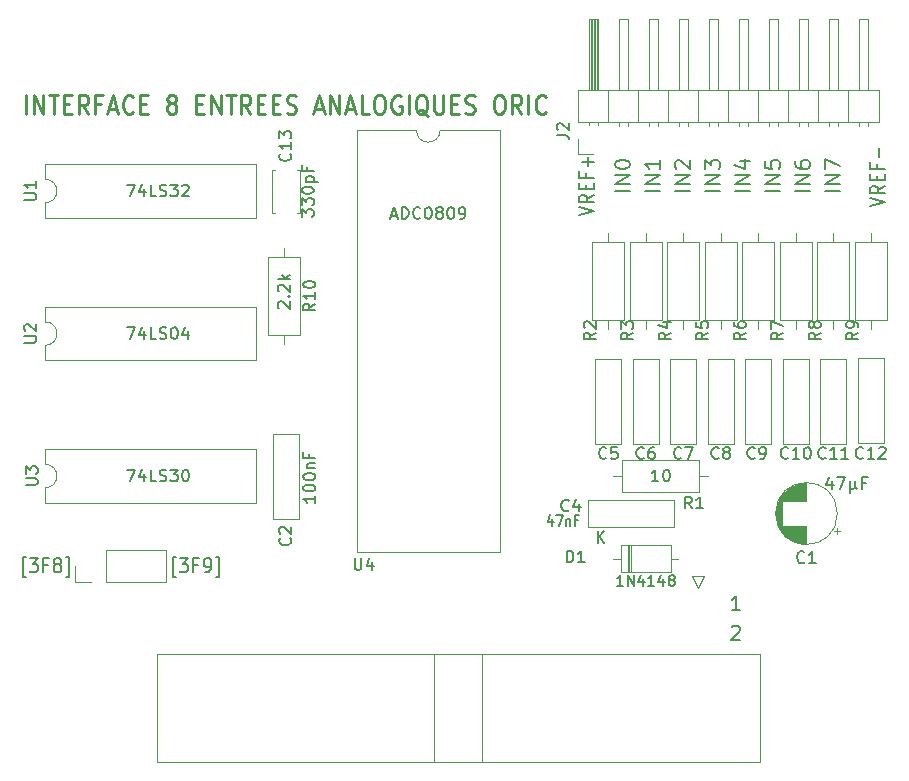
<source format=gto>
%TF.GenerationSoftware,KiCad,Pcbnew,(5.1.12)-1*%
%TF.CreationDate,2022-03-19T11:08:17+01:00*%
%TF.ProjectId,8EA,3845412e-6b69-4636-9164-5f7063625858,1.0*%
%TF.SameCoordinates,PX6d01460PY60e4b00*%
%TF.FileFunction,Legend,Top*%
%TF.FilePolarity,Positive*%
%FSLAX46Y46*%
G04 Gerber Fmt 4.6, Leading zero omitted, Abs format (unit mm)*
G04 Created by KiCad (PCBNEW (5.1.12)-1) date 2022-03-19 11:08:17*
%MOMM*%
%LPD*%
G01*
G04 APERTURE LIST*
%ADD10C,0.200000*%
%ADD11C,0.250000*%
%ADD12C,0.150000*%
%ADD13C,0.120000*%
G04 APERTURE END LIST*
D10*
X14198809Y7947143D02*
X13936904Y7947143D01*
X13936904Y9661429D01*
X14198809Y9661429D01*
X14513095Y9547143D02*
X15194047Y9547143D01*
X14827380Y9090000D01*
X14984523Y9090000D01*
X15089285Y9032858D01*
X15141666Y8975715D01*
X15194047Y8861429D01*
X15194047Y8575715D01*
X15141666Y8461429D01*
X15089285Y8404286D01*
X14984523Y8347143D01*
X14670238Y8347143D01*
X14565476Y8404286D01*
X14513095Y8461429D01*
X16032142Y8975715D02*
X15665476Y8975715D01*
X15665476Y8347143D02*
X15665476Y9547143D01*
X16189285Y9547143D01*
X16660714Y8347143D02*
X16870238Y8347143D01*
X16975000Y8404286D01*
X17027380Y8461429D01*
X17132142Y8632858D01*
X17184523Y8861429D01*
X17184523Y9318572D01*
X17132142Y9432858D01*
X17079761Y9490000D01*
X16975000Y9547143D01*
X16765476Y9547143D01*
X16660714Y9490000D01*
X16608333Y9432858D01*
X16555952Y9318572D01*
X16555952Y9032858D01*
X16608333Y8918572D01*
X16660714Y8861429D01*
X16765476Y8804286D01*
X16975000Y8804286D01*
X17079761Y8861429D01*
X17132142Y8918572D01*
X17184523Y9032858D01*
X17551190Y7947143D02*
X17813095Y7947143D01*
X17813095Y9661429D01*
X17551190Y9661429D01*
X48310095Y38581334D02*
X49610095Y38948000D01*
X48310095Y39314667D01*
X49610095Y40309905D02*
X48991047Y39943239D01*
X49610095Y39681334D02*
X48310095Y39681334D01*
X48310095Y40100381D01*
X48372000Y40205143D01*
X48433904Y40257524D01*
X48557714Y40309905D01*
X48743428Y40309905D01*
X48867238Y40257524D01*
X48929142Y40205143D01*
X48991047Y40100381D01*
X48991047Y39681334D01*
X48929142Y40781334D02*
X48929142Y41148000D01*
X49610095Y41305143D02*
X49610095Y40781334D01*
X48310095Y40781334D01*
X48310095Y41305143D01*
X48929142Y42143239D02*
X48929142Y41776572D01*
X49610095Y41776572D02*
X48310095Y41776572D01*
X48310095Y42300381D01*
X49114857Y42719429D02*
X49114857Y43557524D01*
X49610095Y43138477D02*
X48619619Y43138477D01*
X72948095Y39343334D02*
X74248095Y39710000D01*
X72948095Y40076667D01*
X74248095Y41071905D02*
X73629047Y40705239D01*
X74248095Y40443334D02*
X72948095Y40443334D01*
X72948095Y40862381D01*
X73010000Y40967143D01*
X73071904Y41019524D01*
X73195714Y41071905D01*
X73381428Y41071905D01*
X73505238Y41019524D01*
X73567142Y40967143D01*
X73629047Y40862381D01*
X73629047Y40443334D01*
X73567142Y41543334D02*
X73567142Y41910000D01*
X74248095Y42067143D02*
X74248095Y41543334D01*
X72948095Y41543334D01*
X72948095Y42067143D01*
X73567142Y42905239D02*
X73567142Y42538572D01*
X74248095Y42538572D02*
X72948095Y42538572D01*
X72948095Y43062381D01*
X73752857Y43481429D02*
X73752857Y44319524D01*
X70438095Y40610000D02*
X69138095Y40610000D01*
X70438095Y41229048D02*
X69138095Y41229048D01*
X70438095Y41971905D01*
X69138095Y41971905D01*
X69138095Y42467143D02*
X69138095Y43333810D01*
X70438095Y42776667D01*
X62818095Y40610000D02*
X61518095Y40610000D01*
X62818095Y41229048D02*
X61518095Y41229048D01*
X62818095Y41971905D01*
X61518095Y41971905D01*
X61951428Y43148096D02*
X62818095Y43148096D01*
X61456190Y42838572D02*
X62384761Y42529048D01*
X62384761Y43333810D01*
X67898095Y40610000D02*
X66598095Y40610000D01*
X67898095Y41229048D02*
X66598095Y41229048D01*
X67898095Y41971905D01*
X66598095Y41971905D01*
X66598095Y43148096D02*
X66598095Y42900477D01*
X66660000Y42776667D01*
X66721904Y42714762D01*
X66907619Y42590953D01*
X67155238Y42529048D01*
X67650476Y42529048D01*
X67774285Y42590953D01*
X67836190Y42652858D01*
X67898095Y42776667D01*
X67898095Y43024286D01*
X67836190Y43148096D01*
X67774285Y43210000D01*
X67650476Y43271905D01*
X67340952Y43271905D01*
X67217142Y43210000D01*
X67155238Y43148096D01*
X67093333Y43024286D01*
X67093333Y42776667D01*
X67155238Y42652858D01*
X67217142Y42590953D01*
X67340952Y42529048D01*
X65358095Y40610000D02*
X64058095Y40610000D01*
X65358095Y41229048D02*
X64058095Y41229048D01*
X65358095Y41971905D01*
X64058095Y41971905D01*
X64058095Y43210000D02*
X64058095Y42590953D01*
X64677142Y42529048D01*
X64615238Y42590953D01*
X64553333Y42714762D01*
X64553333Y43024286D01*
X64615238Y43148096D01*
X64677142Y43210000D01*
X64800952Y43271905D01*
X65110476Y43271905D01*
X65234285Y43210000D01*
X65296190Y43148096D01*
X65358095Y43024286D01*
X65358095Y42714762D01*
X65296190Y42590953D01*
X65234285Y42529048D01*
X60278095Y40610000D02*
X58978095Y40610000D01*
X60278095Y41229048D02*
X58978095Y41229048D01*
X60278095Y41971905D01*
X58978095Y41971905D01*
X58978095Y42467143D02*
X58978095Y43271905D01*
X59473333Y42838572D01*
X59473333Y43024286D01*
X59535238Y43148096D01*
X59597142Y43210000D01*
X59720952Y43271905D01*
X60030476Y43271905D01*
X60154285Y43210000D01*
X60216190Y43148096D01*
X60278095Y43024286D01*
X60278095Y42652858D01*
X60216190Y42529048D01*
X60154285Y42467143D01*
X57738095Y40610000D02*
X56438095Y40610000D01*
X57738095Y41229048D02*
X56438095Y41229048D01*
X57738095Y41971905D01*
X56438095Y41971905D01*
X56561904Y42529048D02*
X56500000Y42590953D01*
X56438095Y42714762D01*
X56438095Y43024286D01*
X56500000Y43148096D01*
X56561904Y43210000D01*
X56685714Y43271905D01*
X56809523Y43271905D01*
X56995238Y43210000D01*
X57738095Y42467143D01*
X57738095Y43271905D01*
X55198095Y40610000D02*
X53898095Y40610000D01*
X55198095Y41229048D02*
X53898095Y41229048D01*
X55198095Y41971905D01*
X53898095Y41971905D01*
X55198095Y43271905D02*
X55198095Y42529048D01*
X55198095Y42900477D02*
X53898095Y42900477D01*
X54083809Y42776667D01*
X54207619Y42652858D01*
X54269523Y42529048D01*
X52658095Y40610000D02*
X51358095Y40610000D01*
X52658095Y41229048D02*
X51358095Y41229048D01*
X52658095Y41971905D01*
X51358095Y41971905D01*
X51358095Y42838572D02*
X51358095Y42962381D01*
X51420000Y43086191D01*
X51481904Y43148096D01*
X51605714Y43210000D01*
X51853333Y43271905D01*
X52162857Y43271905D01*
X52410476Y43210000D01*
X52534285Y43148096D01*
X52596190Y43086191D01*
X52658095Y42962381D01*
X52658095Y42838572D01*
X52596190Y42714762D01*
X52534285Y42652858D01*
X52410476Y42590953D01*
X52162857Y42529048D01*
X51853333Y42529048D01*
X51605714Y42590953D01*
X51481904Y42652858D01*
X51420000Y42714762D01*
X51358095Y42838572D01*
D11*
X1511833Y47155191D02*
X1511833Y48755191D01*
X2178500Y47155191D02*
X2178500Y48755191D01*
X2978500Y47155191D01*
X2978500Y48755191D01*
X3445166Y48755191D02*
X4245166Y48755191D01*
X3845166Y47155191D02*
X3845166Y48755191D01*
X4711833Y47993286D02*
X5178500Y47993286D01*
X5378500Y47155191D02*
X4711833Y47155191D01*
X4711833Y48755191D01*
X5378500Y48755191D01*
X6778500Y47155191D02*
X6311833Y47917096D01*
X5978500Y47155191D02*
X5978500Y48755191D01*
X6511833Y48755191D01*
X6645166Y48679000D01*
X6711833Y48602810D01*
X6778500Y48450429D01*
X6778500Y48221858D01*
X6711833Y48069477D01*
X6645166Y47993286D01*
X6511833Y47917096D01*
X5978500Y47917096D01*
X7845166Y47993286D02*
X7378500Y47993286D01*
X7378500Y47155191D02*
X7378500Y48755191D01*
X8045166Y48755191D01*
X8511833Y47612334D02*
X9178500Y47612334D01*
X8378500Y47155191D02*
X8845166Y48755191D01*
X9311833Y47155191D01*
X10578500Y47307572D02*
X10511833Y47231381D01*
X10311833Y47155191D01*
X10178500Y47155191D01*
X9978500Y47231381D01*
X9845166Y47383762D01*
X9778500Y47536143D01*
X9711833Y47840905D01*
X9711833Y48069477D01*
X9778500Y48374239D01*
X9845166Y48526620D01*
X9978500Y48679000D01*
X10178500Y48755191D01*
X10311833Y48755191D01*
X10511833Y48679000D01*
X10578500Y48602810D01*
X11178500Y47993286D02*
X11645166Y47993286D01*
X11845166Y47155191D02*
X11178500Y47155191D01*
X11178500Y48755191D01*
X11845166Y48755191D01*
X13711833Y48069477D02*
X13578500Y48145667D01*
X13511833Y48221858D01*
X13445166Y48374239D01*
X13445166Y48450429D01*
X13511833Y48602810D01*
X13578500Y48679000D01*
X13711833Y48755191D01*
X13978500Y48755191D01*
X14111833Y48679000D01*
X14178500Y48602810D01*
X14245166Y48450429D01*
X14245166Y48374239D01*
X14178500Y48221858D01*
X14111833Y48145667D01*
X13978500Y48069477D01*
X13711833Y48069477D01*
X13578500Y47993286D01*
X13511833Y47917096D01*
X13445166Y47764715D01*
X13445166Y47459953D01*
X13511833Y47307572D01*
X13578500Y47231381D01*
X13711833Y47155191D01*
X13978500Y47155191D01*
X14111833Y47231381D01*
X14178500Y47307572D01*
X14245166Y47459953D01*
X14245166Y47764715D01*
X14178500Y47917096D01*
X14111833Y47993286D01*
X13978500Y48069477D01*
X15911833Y47993286D02*
X16378500Y47993286D01*
X16578500Y47155191D02*
X15911833Y47155191D01*
X15911833Y48755191D01*
X16578500Y48755191D01*
X17178500Y47155191D02*
X17178500Y48755191D01*
X17978500Y47155191D01*
X17978500Y48755191D01*
X18445166Y48755191D02*
X19245166Y48755191D01*
X18845166Y47155191D02*
X18845166Y48755191D01*
X20511833Y47155191D02*
X20045166Y47917096D01*
X19711833Y47155191D02*
X19711833Y48755191D01*
X20245166Y48755191D01*
X20378500Y48679000D01*
X20445166Y48602810D01*
X20511833Y48450429D01*
X20511833Y48221858D01*
X20445166Y48069477D01*
X20378500Y47993286D01*
X20245166Y47917096D01*
X19711833Y47917096D01*
X21111833Y47993286D02*
X21578500Y47993286D01*
X21778500Y47155191D02*
X21111833Y47155191D01*
X21111833Y48755191D01*
X21778500Y48755191D01*
X22378500Y47993286D02*
X22845166Y47993286D01*
X23045166Y47155191D02*
X22378500Y47155191D01*
X22378500Y48755191D01*
X23045166Y48755191D01*
X23578500Y47231381D02*
X23778500Y47155191D01*
X24111833Y47155191D01*
X24245166Y47231381D01*
X24311833Y47307572D01*
X24378500Y47459953D01*
X24378500Y47612334D01*
X24311833Y47764715D01*
X24245166Y47840905D01*
X24111833Y47917096D01*
X23845166Y47993286D01*
X23711833Y48069477D01*
X23645166Y48145667D01*
X23578500Y48298048D01*
X23578500Y48450429D01*
X23645166Y48602810D01*
X23711833Y48679000D01*
X23845166Y48755191D01*
X24178500Y48755191D01*
X24378500Y48679000D01*
X25978500Y47612334D02*
X26645166Y47612334D01*
X25845166Y47155191D02*
X26311833Y48755191D01*
X26778500Y47155191D01*
X27245166Y47155191D02*
X27245166Y48755191D01*
X28045166Y47155191D01*
X28045166Y48755191D01*
X28645166Y47612334D02*
X29311833Y47612334D01*
X28511833Y47155191D02*
X28978500Y48755191D01*
X29445166Y47155191D01*
X30578500Y47155191D02*
X29911833Y47155191D01*
X29911833Y48755191D01*
X31311833Y48755191D02*
X31578500Y48755191D01*
X31711833Y48679000D01*
X31845166Y48526620D01*
X31911833Y48221858D01*
X31911833Y47688524D01*
X31845166Y47383762D01*
X31711833Y47231381D01*
X31578500Y47155191D01*
X31311833Y47155191D01*
X31178500Y47231381D01*
X31045166Y47383762D01*
X30978500Y47688524D01*
X30978500Y48221858D01*
X31045166Y48526620D01*
X31178500Y48679000D01*
X31311833Y48755191D01*
X33245166Y48679000D02*
X33111833Y48755191D01*
X32911833Y48755191D01*
X32711833Y48679000D01*
X32578500Y48526620D01*
X32511833Y48374239D01*
X32445166Y48069477D01*
X32445166Y47840905D01*
X32511833Y47536143D01*
X32578500Y47383762D01*
X32711833Y47231381D01*
X32911833Y47155191D01*
X33045166Y47155191D01*
X33245166Y47231381D01*
X33311833Y47307572D01*
X33311833Y47840905D01*
X33045166Y47840905D01*
X33911833Y47155191D02*
X33911833Y48755191D01*
X35511833Y47002810D02*
X35378500Y47079000D01*
X35245166Y47231381D01*
X35045166Y47459953D01*
X34911833Y47536143D01*
X34778500Y47536143D01*
X34845166Y47155191D02*
X34711833Y47231381D01*
X34578500Y47383762D01*
X34511833Y47688524D01*
X34511833Y48221858D01*
X34578500Y48526620D01*
X34711833Y48679000D01*
X34845166Y48755191D01*
X35111833Y48755191D01*
X35245166Y48679000D01*
X35378500Y48526620D01*
X35445166Y48221858D01*
X35445166Y47688524D01*
X35378500Y47383762D01*
X35245166Y47231381D01*
X35111833Y47155191D01*
X34845166Y47155191D01*
X36045166Y48755191D02*
X36045166Y47459953D01*
X36111833Y47307572D01*
X36178500Y47231381D01*
X36311833Y47155191D01*
X36578500Y47155191D01*
X36711833Y47231381D01*
X36778500Y47307572D01*
X36845166Y47459953D01*
X36845166Y48755191D01*
X37511833Y47993286D02*
X37978500Y47993286D01*
X38178500Y47155191D02*
X37511833Y47155191D01*
X37511833Y48755191D01*
X38178500Y48755191D01*
X38711833Y47231381D02*
X38911833Y47155191D01*
X39245166Y47155191D01*
X39378500Y47231381D01*
X39445166Y47307572D01*
X39511833Y47459953D01*
X39511833Y47612334D01*
X39445166Y47764715D01*
X39378500Y47840905D01*
X39245166Y47917096D01*
X38978500Y47993286D01*
X38845166Y48069477D01*
X38778500Y48145667D01*
X38711833Y48298048D01*
X38711833Y48450429D01*
X38778500Y48602810D01*
X38845166Y48679000D01*
X38978500Y48755191D01*
X39311833Y48755191D01*
X39511833Y48679000D01*
X41445166Y48755191D02*
X41711833Y48755191D01*
X41845166Y48679000D01*
X41978500Y48526620D01*
X42045166Y48221858D01*
X42045166Y47688524D01*
X41978500Y47383762D01*
X41845166Y47231381D01*
X41711833Y47155191D01*
X41445166Y47155191D01*
X41311833Y47231381D01*
X41178500Y47383762D01*
X41111833Y47688524D01*
X41111833Y48221858D01*
X41178500Y48526620D01*
X41311833Y48679000D01*
X41445166Y48755191D01*
X43445166Y47155191D02*
X42978500Y47917096D01*
X42645166Y47155191D02*
X42645166Y48755191D01*
X43178500Y48755191D01*
X43311833Y48679000D01*
X43378500Y48602810D01*
X43445166Y48450429D01*
X43445166Y48221858D01*
X43378500Y48069477D01*
X43311833Y47993286D01*
X43178500Y47917096D01*
X42645166Y47917096D01*
X44045166Y47155191D02*
X44045166Y48755191D01*
X45511833Y47307572D02*
X45445166Y47231381D01*
X45245166Y47155191D01*
X45111833Y47155191D01*
X44911833Y47231381D01*
X44778500Y47383762D01*
X44711833Y47536143D01*
X44645166Y47840905D01*
X44645166Y48069477D01*
X44711833Y48374239D01*
X44778500Y48526620D01*
X44911833Y48679000D01*
X45111833Y48755191D01*
X45245166Y48755191D01*
X45445166Y48679000D01*
X45511833Y48602810D01*
D12*
X61252142Y3717858D02*
X61309285Y3775000D01*
X61423571Y3832143D01*
X61709285Y3832143D01*
X61823571Y3775000D01*
X61880714Y3717858D01*
X61937857Y3603572D01*
X61937857Y3489286D01*
X61880714Y3317858D01*
X61195000Y2632143D01*
X61937857Y2632143D01*
X61937857Y5172143D02*
X61252142Y5172143D01*
X61595000Y5172143D02*
X61595000Y6372143D01*
X61480714Y6200715D01*
X61366428Y6086429D01*
X61252142Y6029286D01*
D10*
X1498809Y7947143D02*
X1236904Y7947143D01*
X1236904Y9661429D01*
X1498809Y9661429D01*
X1813095Y9547143D02*
X2494047Y9547143D01*
X2127380Y9090000D01*
X2284523Y9090000D01*
X2389285Y9032858D01*
X2441666Y8975715D01*
X2494047Y8861429D01*
X2494047Y8575715D01*
X2441666Y8461429D01*
X2389285Y8404286D01*
X2284523Y8347143D01*
X1970238Y8347143D01*
X1865476Y8404286D01*
X1813095Y8461429D01*
X3332142Y8975715D02*
X2965476Y8975715D01*
X2965476Y8347143D02*
X2965476Y9547143D01*
X3489285Y9547143D01*
X4065476Y9032858D02*
X3960714Y9090000D01*
X3908333Y9147143D01*
X3855952Y9261429D01*
X3855952Y9318572D01*
X3908333Y9432858D01*
X3960714Y9490000D01*
X4065476Y9547143D01*
X4275000Y9547143D01*
X4379761Y9490000D01*
X4432142Y9432858D01*
X4484523Y9318572D01*
X4484523Y9261429D01*
X4432142Y9147143D01*
X4379761Y9090000D01*
X4275000Y9032858D01*
X4065476Y9032858D01*
X3960714Y8975715D01*
X3908333Y8918572D01*
X3855952Y8804286D01*
X3855952Y8575715D01*
X3908333Y8461429D01*
X3960714Y8404286D01*
X4065476Y8347143D01*
X4275000Y8347143D01*
X4379761Y8404286D01*
X4432142Y8461429D01*
X4484523Y8575715D01*
X4484523Y8804286D01*
X4432142Y8918572D01*
X4379761Y8975715D01*
X4275000Y9032858D01*
X4851190Y7947143D02*
X5113095Y7947143D01*
X5113095Y9661429D01*
X4851190Y9661429D01*
D13*
%TO.C,J2*%
X48200000Y46525000D02*
X73720000Y46525000D01*
X73720000Y46525000D02*
X73720000Y49185000D01*
X73720000Y49185000D02*
X48200000Y49185000D01*
X48200000Y49185000D02*
X48200000Y46525000D01*
X49150000Y49185000D02*
X49150000Y55185000D01*
X49150000Y55185000D02*
X49910000Y55185000D01*
X49910000Y55185000D02*
X49910000Y49185000D01*
X49210000Y49185000D02*
X49210000Y55185000D01*
X49330000Y49185000D02*
X49330000Y55185000D01*
X49450000Y49185000D02*
X49450000Y55185000D01*
X49570000Y49185000D02*
X49570000Y55185000D01*
X49690000Y49185000D02*
X49690000Y55185000D01*
X49810000Y49185000D02*
X49810000Y55185000D01*
X49150000Y46195000D02*
X49150000Y46525000D01*
X49910000Y46195000D02*
X49910000Y46525000D01*
X50800000Y46525000D02*
X50800000Y49185000D01*
X51690000Y49185000D02*
X51690000Y55185000D01*
X51690000Y55185000D02*
X52450000Y55185000D01*
X52450000Y55185000D02*
X52450000Y49185000D01*
X51690000Y46127929D02*
X51690000Y46525000D01*
X52450000Y46127929D02*
X52450000Y46525000D01*
X53340000Y46525000D02*
X53340000Y49185000D01*
X54230000Y49185000D02*
X54230000Y55185000D01*
X54230000Y55185000D02*
X54990000Y55185000D01*
X54990000Y55185000D02*
X54990000Y49185000D01*
X54230000Y46127929D02*
X54230000Y46525000D01*
X54990000Y46127929D02*
X54990000Y46525000D01*
X55880000Y46525000D02*
X55880000Y49185000D01*
X56770000Y49185000D02*
X56770000Y55185000D01*
X56770000Y55185000D02*
X57530000Y55185000D01*
X57530000Y55185000D02*
X57530000Y49185000D01*
X56770000Y46127929D02*
X56770000Y46525000D01*
X57530000Y46127929D02*
X57530000Y46525000D01*
X58420000Y46525000D02*
X58420000Y49185000D01*
X59310000Y49185000D02*
X59310000Y55185000D01*
X59310000Y55185000D02*
X60070000Y55185000D01*
X60070000Y55185000D02*
X60070000Y49185000D01*
X59310000Y46127929D02*
X59310000Y46525000D01*
X60070000Y46127929D02*
X60070000Y46525000D01*
X60960000Y46525000D02*
X60960000Y49185000D01*
X61850000Y49185000D02*
X61850000Y55185000D01*
X61850000Y55185000D02*
X62610000Y55185000D01*
X62610000Y55185000D02*
X62610000Y49185000D01*
X61850000Y46127929D02*
X61850000Y46525000D01*
X62610000Y46127929D02*
X62610000Y46525000D01*
X63500000Y46525000D02*
X63500000Y49185000D01*
X64390000Y49185000D02*
X64390000Y55185000D01*
X64390000Y55185000D02*
X65150000Y55185000D01*
X65150000Y55185000D02*
X65150000Y49185000D01*
X64390000Y46127929D02*
X64390000Y46525000D01*
X65150000Y46127929D02*
X65150000Y46525000D01*
X66040000Y46525000D02*
X66040000Y49185000D01*
X66930000Y49185000D02*
X66930000Y55185000D01*
X66930000Y55185000D02*
X67690000Y55185000D01*
X67690000Y55185000D02*
X67690000Y49185000D01*
X66930000Y46127929D02*
X66930000Y46525000D01*
X67690000Y46127929D02*
X67690000Y46525000D01*
X68580000Y46525000D02*
X68580000Y49185000D01*
X69470000Y49185000D02*
X69470000Y55185000D01*
X69470000Y55185000D02*
X70230000Y55185000D01*
X70230000Y55185000D02*
X70230000Y49185000D01*
X69470000Y46127929D02*
X69470000Y46525000D01*
X70230000Y46127929D02*
X70230000Y46525000D01*
X71120000Y46525000D02*
X71120000Y49185000D01*
X72010000Y49185000D02*
X72010000Y55185000D01*
X72010000Y55185000D02*
X72770000Y55185000D01*
X72770000Y55185000D02*
X72770000Y49185000D01*
X72010000Y46127929D02*
X72010000Y46525000D01*
X72770000Y46127929D02*
X72770000Y46525000D01*
X49530000Y43815000D02*
X48260000Y43815000D01*
X48260000Y43815000D02*
X48260000Y45085000D01*
%TO.C,JP1*%
X13395000Y7560000D02*
X13395000Y10220000D01*
X8255000Y7560000D02*
X13395000Y7560000D01*
X8255000Y10220000D02*
X13395000Y10220000D01*
X8255000Y7560000D02*
X8255000Y10220000D01*
X6985000Y7560000D02*
X5655000Y7560000D01*
X5655000Y7560000D02*
X5655000Y8890000D01*
%TO.C,C13*%
X22570000Y38800000D02*
X22325000Y38800000D01*
X24665000Y38800000D02*
X24420000Y38800000D01*
X22570000Y42440000D02*
X22325000Y42440000D01*
X24665000Y42440000D02*
X24420000Y42440000D01*
X22325000Y42440000D02*
X22325000Y38800000D01*
X24665000Y42440000D02*
X24665000Y38800000D01*
%TO.C,R10*%
X23368000Y35790000D02*
X23368000Y35020000D01*
X23368000Y27710000D02*
X23368000Y28480000D01*
X21998000Y35020000D02*
X21998000Y28480000D01*
X24738000Y35020000D02*
X21998000Y35020000D01*
X24738000Y28480000D02*
X24738000Y35020000D01*
X21998000Y28480000D02*
X24738000Y28480000D01*
%TO.C,U4*%
X34560000Y45780000D02*
X29500000Y45780000D01*
X29500000Y45780000D02*
X29500000Y10100000D01*
X29500000Y10100000D02*
X41620000Y10100000D01*
X41620000Y10100000D02*
X41620000Y45780000D01*
X41620000Y45780000D02*
X36560000Y45780000D01*
X36560000Y45780000D02*
G75*
G02*
X34560000Y45780000I-1000000J0D01*
G01*
%TO.C,U1*%
X3115000Y39640000D02*
X3115000Y38390000D01*
X3115000Y38390000D02*
X21015000Y38390000D01*
X21015000Y38390000D02*
X21015000Y42890000D01*
X21015000Y42890000D02*
X3115000Y42890000D01*
X3115000Y42890000D02*
X3115000Y41640000D01*
X3115000Y41640000D02*
G75*
G02*
X3115000Y39640000I0J-1000000D01*
G01*
%TO.C,R9*%
X74395000Y36290000D02*
X71655000Y36290000D01*
X71655000Y36290000D02*
X71655000Y29750000D01*
X71655000Y29750000D02*
X74395000Y29750000D01*
X74395000Y29750000D02*
X74395000Y36290000D01*
X73025000Y37060000D02*
X73025000Y36290000D01*
X73025000Y28980000D02*
X73025000Y29750000D01*
%TO.C,R8*%
X71220000Y36290000D02*
X68480000Y36290000D01*
X68480000Y36290000D02*
X68480000Y29750000D01*
X68480000Y29750000D02*
X71220000Y29750000D01*
X71220000Y29750000D02*
X71220000Y36290000D01*
X69850000Y37060000D02*
X69850000Y36290000D01*
X69850000Y28980000D02*
X69850000Y29750000D01*
%TO.C,R7*%
X68045000Y36290000D02*
X65305000Y36290000D01*
X65305000Y36290000D02*
X65305000Y29750000D01*
X65305000Y29750000D02*
X68045000Y29750000D01*
X68045000Y29750000D02*
X68045000Y36290000D01*
X66675000Y37060000D02*
X66675000Y36290000D01*
X66675000Y28980000D02*
X66675000Y29750000D01*
%TO.C,R6*%
X64870000Y36290000D02*
X62130000Y36290000D01*
X62130000Y36290000D02*
X62130000Y29750000D01*
X62130000Y29750000D02*
X64870000Y29750000D01*
X64870000Y29750000D02*
X64870000Y36290000D01*
X63500000Y37060000D02*
X63500000Y36290000D01*
X63500000Y28980000D02*
X63500000Y29750000D01*
%TO.C,R5*%
X61695000Y36290000D02*
X58955000Y36290000D01*
X58955000Y36290000D02*
X58955000Y29750000D01*
X58955000Y29750000D02*
X61695000Y29750000D01*
X61695000Y29750000D02*
X61695000Y36290000D01*
X60325000Y37060000D02*
X60325000Y36290000D01*
X60325000Y28980000D02*
X60325000Y29750000D01*
%TO.C,R4*%
X58520000Y36290000D02*
X55780000Y36290000D01*
X55780000Y36290000D02*
X55780000Y29750000D01*
X55780000Y29750000D02*
X58520000Y29750000D01*
X58520000Y29750000D02*
X58520000Y36290000D01*
X57150000Y37060000D02*
X57150000Y36290000D01*
X57150000Y28980000D02*
X57150000Y29750000D01*
%TO.C,R3*%
X55345000Y36290000D02*
X52605000Y36290000D01*
X52605000Y36290000D02*
X52605000Y29750000D01*
X52605000Y29750000D02*
X55345000Y29750000D01*
X55345000Y29750000D02*
X55345000Y36290000D01*
X53975000Y37060000D02*
X53975000Y36290000D01*
X53975000Y28980000D02*
X53975000Y29750000D01*
%TO.C,R2*%
X52170000Y36290000D02*
X49430000Y36290000D01*
X49430000Y36290000D02*
X49430000Y29750000D01*
X49430000Y29750000D02*
X52170000Y29750000D01*
X52170000Y29750000D02*
X52170000Y36290000D01*
X50800000Y37060000D02*
X50800000Y36290000D01*
X50800000Y28980000D02*
X50800000Y29750000D01*
%TO.C,C12*%
X71905000Y19280000D02*
X71905000Y26520000D01*
X74145000Y19280000D02*
X74145000Y26520000D01*
X71905000Y19280000D02*
X74145000Y19280000D01*
X71905000Y26520000D02*
X74145000Y26520000D01*
%TO.C,C11*%
X68730000Y19200000D02*
X68730000Y26440000D01*
X70970000Y19200000D02*
X70970000Y26440000D01*
X68730000Y19200000D02*
X70970000Y19200000D01*
X68730000Y26440000D02*
X70970000Y26440000D01*
%TO.C,C10*%
X65555000Y19200000D02*
X65555000Y26440000D01*
X67795000Y19200000D02*
X67795000Y26440000D01*
X65555000Y19200000D02*
X67795000Y19200000D01*
X65555000Y26440000D02*
X67795000Y26440000D01*
%TO.C,C9*%
X62380000Y19200000D02*
X62380000Y26440000D01*
X64620000Y19200000D02*
X64620000Y26440000D01*
X62380000Y19200000D02*
X64620000Y19200000D01*
X62380000Y26440000D02*
X64620000Y26440000D01*
%TO.C,C8*%
X59205000Y19200000D02*
X59205000Y26440000D01*
X61445000Y19200000D02*
X61445000Y26440000D01*
X59205000Y19200000D02*
X61445000Y19200000D01*
X59205000Y26440000D02*
X61445000Y26440000D01*
%TO.C,C7*%
X56030000Y19200000D02*
X56030000Y26440000D01*
X58270000Y19200000D02*
X58270000Y26440000D01*
X56030000Y19200000D02*
X58270000Y19200000D01*
X56030000Y26440000D02*
X58270000Y26440000D01*
%TO.C,C6*%
X52855000Y19200000D02*
X52855000Y26440000D01*
X55095000Y19200000D02*
X55095000Y26440000D01*
X52855000Y19200000D02*
X55095000Y19200000D01*
X52855000Y26440000D02*
X55095000Y26440000D01*
%TO.C,C5*%
X49680000Y19200000D02*
X49680000Y26440000D01*
X51920000Y19200000D02*
X51920000Y26440000D01*
X49680000Y19200000D02*
X51920000Y19200000D01*
X49680000Y26440000D02*
X51920000Y26440000D01*
%TO.C,U2*%
X3115000Y30825000D02*
X3115000Y29575000D01*
X21015000Y30825000D02*
X3115000Y30825000D01*
X21015000Y26325000D02*
X21015000Y30825000D01*
X3115000Y26325000D02*
X21015000Y26325000D01*
X3115000Y27575000D02*
X3115000Y26325000D01*
X3115000Y29575000D02*
G75*
G02*
X3115000Y27575000I0J-1000000D01*
G01*
%TO.C,J1*%
X57920000Y8065000D02*
X58420000Y7065000D01*
X58920000Y8065000D02*
X57920000Y8065000D01*
X58420000Y7065000D02*
X58920000Y8065000D01*
X12570000Y1445000D02*
X63630000Y1445000D01*
X12570000Y-7675000D02*
X12570000Y1445000D01*
X63630000Y-7675000D02*
X12570000Y-7675000D01*
X63630000Y1445000D02*
X63630000Y-7675000D01*
X36050000Y1445000D02*
X36050000Y-7675000D01*
X40150000Y1445000D02*
X40150000Y-7675000D01*
%TO.C,D1*%
X52455000Y10645000D02*
X52455000Y8405000D01*
X52695000Y10645000D02*
X52695000Y8405000D01*
X52575000Y10645000D02*
X52575000Y8405000D01*
X56745000Y9525000D02*
X56095000Y9525000D01*
X51205000Y9525000D02*
X51855000Y9525000D01*
X56095000Y10645000D02*
X51855000Y10645000D01*
X56095000Y8405000D02*
X56095000Y10645000D01*
X51855000Y8405000D02*
X56095000Y8405000D01*
X51855000Y10645000D02*
X51855000Y8405000D01*
%TO.C,C2*%
X22375000Y20090000D02*
X24615000Y20090000D01*
X22375000Y12850000D02*
X24615000Y12850000D01*
X24615000Y12850000D02*
X24615000Y20090000D01*
X22375000Y12850000D02*
X22375000Y20090000D01*
%TO.C,U3*%
X3115000Y18760000D02*
X3115000Y17510000D01*
X21015000Y18760000D02*
X3115000Y18760000D01*
X21015000Y14260000D02*
X21015000Y18760000D01*
X3115000Y14260000D02*
X21015000Y14260000D01*
X3115000Y15510000D02*
X3115000Y14260000D01*
X3115000Y17510000D02*
G75*
G02*
X3115000Y15510000I0J-1000000D01*
G01*
%TO.C,R1*%
X51205000Y16510000D02*
X51975000Y16510000D01*
X59285000Y16510000D02*
X58515000Y16510000D01*
X51975000Y15140000D02*
X58515000Y15140000D01*
X51975000Y17880000D02*
X51975000Y15140000D01*
X58515000Y17880000D02*
X51975000Y17880000D01*
X58515000Y15140000D02*
X58515000Y17880000D01*
%TO.C,C4*%
X49125000Y12215000D02*
X49125000Y14455000D01*
X56365000Y12215000D02*
X56365000Y14455000D01*
X56365000Y14455000D02*
X49125000Y14455000D01*
X56365000Y12215000D02*
X49125000Y12215000D01*
%TO.C,C1*%
X70200000Y13335000D02*
G75*
G03*
X70200000Y13335000I-2620000J0D01*
G01*
X67580000Y14375000D02*
X67580000Y15915000D01*
X67580000Y10755000D02*
X67580000Y12295000D01*
X67540000Y14375000D02*
X67540000Y15915000D01*
X67540000Y10755000D02*
X67540000Y12295000D01*
X67500000Y10756000D02*
X67500000Y12295000D01*
X67500000Y14375000D02*
X67500000Y15914000D01*
X67460000Y10757000D02*
X67460000Y12295000D01*
X67460000Y14375000D02*
X67460000Y15913000D01*
X67420000Y10759000D02*
X67420000Y12295000D01*
X67420000Y14375000D02*
X67420000Y15911000D01*
X67380000Y10762000D02*
X67380000Y12295000D01*
X67380000Y14375000D02*
X67380000Y15908000D01*
X67340000Y10766000D02*
X67340000Y12295000D01*
X67340000Y14375000D02*
X67340000Y15904000D01*
X67300000Y10770000D02*
X67300000Y12295000D01*
X67300000Y14375000D02*
X67300000Y15900000D01*
X67260000Y10774000D02*
X67260000Y12295000D01*
X67260000Y14375000D02*
X67260000Y15896000D01*
X67220000Y10779000D02*
X67220000Y12295000D01*
X67220000Y14375000D02*
X67220000Y15891000D01*
X67180000Y10785000D02*
X67180000Y12295000D01*
X67180000Y14375000D02*
X67180000Y15885000D01*
X67140000Y10792000D02*
X67140000Y12295000D01*
X67140000Y14375000D02*
X67140000Y15878000D01*
X67100000Y10799000D02*
X67100000Y12295000D01*
X67100000Y14375000D02*
X67100000Y15871000D01*
X67060000Y10807000D02*
X67060000Y12295000D01*
X67060000Y14375000D02*
X67060000Y15863000D01*
X67020000Y10815000D02*
X67020000Y12295000D01*
X67020000Y14375000D02*
X67020000Y15855000D01*
X66980000Y10824000D02*
X66980000Y12295000D01*
X66980000Y14375000D02*
X66980000Y15846000D01*
X66940000Y10834000D02*
X66940000Y12295000D01*
X66940000Y14375000D02*
X66940000Y15836000D01*
X66900000Y10844000D02*
X66900000Y12295000D01*
X66900000Y14375000D02*
X66900000Y15826000D01*
X66859000Y10855000D02*
X66859000Y12295000D01*
X66859000Y14375000D02*
X66859000Y15815000D01*
X66819000Y10867000D02*
X66819000Y12295000D01*
X66819000Y14375000D02*
X66819000Y15803000D01*
X66779000Y10880000D02*
X66779000Y12295000D01*
X66779000Y14375000D02*
X66779000Y15790000D01*
X66739000Y10893000D02*
X66739000Y12295000D01*
X66739000Y14375000D02*
X66739000Y15777000D01*
X66699000Y10907000D02*
X66699000Y12295000D01*
X66699000Y14375000D02*
X66699000Y15763000D01*
X66659000Y10921000D02*
X66659000Y12295000D01*
X66659000Y14375000D02*
X66659000Y15749000D01*
X66619000Y10937000D02*
X66619000Y12295000D01*
X66619000Y14375000D02*
X66619000Y15733000D01*
X66579000Y10953000D02*
X66579000Y12295000D01*
X66579000Y14375000D02*
X66579000Y15717000D01*
X66539000Y10970000D02*
X66539000Y12295000D01*
X66539000Y14375000D02*
X66539000Y15700000D01*
X66499000Y10987000D02*
X66499000Y12295000D01*
X66499000Y14375000D02*
X66499000Y15683000D01*
X66459000Y11006000D02*
X66459000Y12295000D01*
X66459000Y14375000D02*
X66459000Y15664000D01*
X66419000Y11025000D02*
X66419000Y12295000D01*
X66419000Y14375000D02*
X66419000Y15645000D01*
X66379000Y11045000D02*
X66379000Y12295000D01*
X66379000Y14375000D02*
X66379000Y15625000D01*
X66339000Y11067000D02*
X66339000Y12295000D01*
X66339000Y14375000D02*
X66339000Y15603000D01*
X66299000Y11088000D02*
X66299000Y12295000D01*
X66299000Y14375000D02*
X66299000Y15582000D01*
X66259000Y11111000D02*
X66259000Y12295000D01*
X66259000Y14375000D02*
X66259000Y15559000D01*
X66219000Y11135000D02*
X66219000Y12295000D01*
X66219000Y14375000D02*
X66219000Y15535000D01*
X66179000Y11160000D02*
X66179000Y12295000D01*
X66179000Y14375000D02*
X66179000Y15510000D01*
X66139000Y11186000D02*
X66139000Y12295000D01*
X66139000Y14375000D02*
X66139000Y15484000D01*
X66099000Y11213000D02*
X66099000Y12295000D01*
X66099000Y14375000D02*
X66099000Y15457000D01*
X66059000Y11240000D02*
X66059000Y12295000D01*
X66059000Y14375000D02*
X66059000Y15430000D01*
X66019000Y11270000D02*
X66019000Y12295000D01*
X66019000Y14375000D02*
X66019000Y15400000D01*
X65979000Y11300000D02*
X65979000Y12295000D01*
X65979000Y14375000D02*
X65979000Y15370000D01*
X65939000Y11331000D02*
X65939000Y12295000D01*
X65939000Y14375000D02*
X65939000Y15339000D01*
X65899000Y11364000D02*
X65899000Y12295000D01*
X65899000Y14375000D02*
X65899000Y15306000D01*
X65859000Y11398000D02*
X65859000Y12295000D01*
X65859000Y14375000D02*
X65859000Y15272000D01*
X65819000Y11434000D02*
X65819000Y12295000D01*
X65819000Y14375000D02*
X65819000Y15236000D01*
X65779000Y11471000D02*
X65779000Y12295000D01*
X65779000Y14375000D02*
X65779000Y15199000D01*
X65739000Y11509000D02*
X65739000Y12295000D01*
X65739000Y14375000D02*
X65739000Y15161000D01*
X65699000Y11550000D02*
X65699000Y12295000D01*
X65699000Y14375000D02*
X65699000Y15120000D01*
X65659000Y11592000D02*
X65659000Y12295000D01*
X65659000Y14375000D02*
X65659000Y15078000D01*
X65619000Y11636000D02*
X65619000Y12295000D01*
X65619000Y14375000D02*
X65619000Y15034000D01*
X65579000Y11682000D02*
X65579000Y12295000D01*
X65579000Y14375000D02*
X65579000Y14988000D01*
X65539000Y11730000D02*
X65539000Y14940000D01*
X65499000Y11781000D02*
X65499000Y14889000D01*
X65459000Y11835000D02*
X65459000Y14835000D01*
X65419000Y11892000D02*
X65419000Y14778000D01*
X65379000Y11952000D02*
X65379000Y14718000D01*
X65339000Y12016000D02*
X65339000Y14654000D01*
X65299000Y12084000D02*
X65299000Y14586000D01*
X65259000Y12157000D02*
X65259000Y14513000D01*
X65219000Y12237000D02*
X65219000Y14433000D01*
X65179000Y12324000D02*
X65179000Y14346000D01*
X65139000Y12420000D02*
X65139000Y14250000D01*
X65099000Y12530000D02*
X65099000Y14140000D01*
X65059000Y12658000D02*
X65059000Y14012000D01*
X65019000Y12817000D02*
X65019000Y13853000D01*
X64979000Y13051000D02*
X64979000Y13619000D01*
X70384775Y11860000D02*
X69884775Y11860000D01*
X70134775Y11610000D02*
X70134775Y12110000D01*
%TO.C,J2*%
D12*
X46442380Y45386667D02*
X47156666Y45386667D01*
X47299523Y45339048D01*
X47394761Y45243810D01*
X47442380Y45100953D01*
X47442380Y45005715D01*
X46537619Y45815239D02*
X46490000Y45862858D01*
X46442380Y45958096D01*
X46442380Y46196191D01*
X46490000Y46291429D01*
X46537619Y46339048D01*
X46632857Y46386667D01*
X46728095Y46386667D01*
X46870952Y46339048D01*
X47442380Y45767620D01*
X47442380Y46386667D01*
%TO.C,C13*%
X23852142Y43807143D02*
X23899761Y43759524D01*
X23947380Y43616667D01*
X23947380Y43521429D01*
X23899761Y43378572D01*
X23804523Y43283334D01*
X23709285Y43235715D01*
X23518809Y43188096D01*
X23375952Y43188096D01*
X23185476Y43235715D01*
X23090238Y43283334D01*
X22995000Y43378572D01*
X22947380Y43521429D01*
X22947380Y43616667D01*
X22995000Y43759524D01*
X23042619Y43807143D01*
X23947380Y44759524D02*
X23947380Y44188096D01*
X23947380Y44473810D02*
X22947380Y44473810D01*
X23090238Y44378572D01*
X23185476Y44283334D01*
X23233095Y44188096D01*
X22947380Y45092858D02*
X22947380Y45711905D01*
X23328333Y45378572D01*
X23328333Y45521429D01*
X23375952Y45616667D01*
X23423571Y45664286D01*
X23518809Y45711905D01*
X23756904Y45711905D01*
X23852142Y45664286D01*
X23899761Y45616667D01*
X23947380Y45521429D01*
X23947380Y45235715D01*
X23899761Y45140477D01*
X23852142Y45092858D01*
X24852380Y38473334D02*
X24852380Y39092381D01*
X25233333Y38759048D01*
X25233333Y38901905D01*
X25280952Y38997143D01*
X25328571Y39044762D01*
X25423809Y39092381D01*
X25661904Y39092381D01*
X25757142Y39044762D01*
X25804761Y38997143D01*
X25852380Y38901905D01*
X25852380Y38616191D01*
X25804761Y38520953D01*
X25757142Y38473334D01*
X24852380Y39425715D02*
X24852380Y40044762D01*
X25233333Y39711429D01*
X25233333Y39854286D01*
X25280952Y39949524D01*
X25328571Y39997143D01*
X25423809Y40044762D01*
X25661904Y40044762D01*
X25757142Y39997143D01*
X25804761Y39949524D01*
X25852380Y39854286D01*
X25852380Y39568572D01*
X25804761Y39473334D01*
X25757142Y39425715D01*
X24852380Y40663810D02*
X24852380Y40759048D01*
X24900000Y40854286D01*
X24947619Y40901905D01*
X25042857Y40949524D01*
X25233333Y40997143D01*
X25471428Y40997143D01*
X25661904Y40949524D01*
X25757142Y40901905D01*
X25804761Y40854286D01*
X25852380Y40759048D01*
X25852380Y40663810D01*
X25804761Y40568572D01*
X25757142Y40520953D01*
X25661904Y40473334D01*
X25471428Y40425715D01*
X25233333Y40425715D01*
X25042857Y40473334D01*
X24947619Y40520953D01*
X24900000Y40568572D01*
X24852380Y40663810D01*
X25185714Y41425715D02*
X26185714Y41425715D01*
X25233333Y41425715D02*
X25185714Y41520953D01*
X25185714Y41711429D01*
X25233333Y41806667D01*
X25280952Y41854286D01*
X25376190Y41901905D01*
X25661904Y41901905D01*
X25757142Y41854286D01*
X25804761Y41806667D01*
X25852380Y41711429D01*
X25852380Y41520953D01*
X25804761Y41425715D01*
X25328571Y42663810D02*
X25328571Y42330477D01*
X25852380Y42330477D02*
X24852380Y42330477D01*
X24852380Y42806667D01*
%TO.C,R10*%
X25979380Y31107143D02*
X25503190Y30773810D01*
X25979380Y30535715D02*
X24979380Y30535715D01*
X24979380Y30916667D01*
X25027000Y31011905D01*
X25074619Y31059524D01*
X25169857Y31107143D01*
X25312714Y31107143D01*
X25407952Y31059524D01*
X25455571Y31011905D01*
X25503190Y30916667D01*
X25503190Y30535715D01*
X25979380Y32059524D02*
X25979380Y31488096D01*
X25979380Y31773810D02*
X24979380Y31773810D01*
X25122238Y31678572D01*
X25217476Y31583334D01*
X25265095Y31488096D01*
X24979380Y32678572D02*
X24979380Y32773810D01*
X25027000Y32869048D01*
X25074619Y32916667D01*
X25169857Y32964286D01*
X25360333Y33011905D01*
X25598428Y33011905D01*
X25788904Y32964286D01*
X25884142Y32916667D01*
X25931761Y32869048D01*
X25979380Y32773810D01*
X25979380Y32678572D01*
X25931761Y32583334D01*
X25884142Y32535715D01*
X25788904Y32488096D01*
X25598428Y32440477D01*
X25360333Y32440477D01*
X25169857Y32488096D01*
X25074619Y32535715D01*
X25027000Y32583334D01*
X24979380Y32678572D01*
X22915619Y30726239D02*
X22868000Y30773858D01*
X22820380Y30869096D01*
X22820380Y31107191D01*
X22868000Y31202429D01*
X22915619Y31250048D01*
X23010857Y31297667D01*
X23106095Y31297667D01*
X23248952Y31250048D01*
X23820380Y30678620D01*
X23820380Y31297667D01*
X23725142Y31726239D02*
X23772761Y31773858D01*
X23820380Y31726239D01*
X23772761Y31678620D01*
X23725142Y31726239D01*
X23820380Y31726239D01*
X22915619Y32154810D02*
X22868000Y32202429D01*
X22820380Y32297667D01*
X22820380Y32535762D01*
X22868000Y32631000D01*
X22915619Y32678620D01*
X23010857Y32726239D01*
X23106095Y32726239D01*
X23248952Y32678620D01*
X23820380Y32107191D01*
X23820380Y32726239D01*
X23820380Y33154810D02*
X22820380Y33154810D01*
X23439428Y33250048D02*
X23820380Y33535762D01*
X23153714Y33535762D02*
X23534666Y33154810D01*
%TO.C,U4*%
X29337095Y9564620D02*
X29337095Y8755096D01*
X29384714Y8659858D01*
X29432333Y8612239D01*
X29527571Y8564620D01*
X29718047Y8564620D01*
X29813285Y8612239D01*
X29860904Y8659858D01*
X29908523Y8755096D01*
X29908523Y9564620D01*
X30813285Y9231286D02*
X30813285Y8564620D01*
X30575190Y9612239D02*
X30337095Y8897953D01*
X30956142Y8897953D01*
X32417142Y38568334D02*
X32893333Y38568334D01*
X32321904Y38282620D02*
X32655238Y39282620D01*
X32988571Y38282620D01*
X33321904Y38282620D02*
X33321904Y39282620D01*
X33560000Y39282620D01*
X33702857Y39235000D01*
X33798095Y39139762D01*
X33845714Y39044524D01*
X33893333Y38854048D01*
X33893333Y38711191D01*
X33845714Y38520715D01*
X33798095Y38425477D01*
X33702857Y38330239D01*
X33560000Y38282620D01*
X33321904Y38282620D01*
X34893333Y38377858D02*
X34845714Y38330239D01*
X34702857Y38282620D01*
X34607619Y38282620D01*
X34464761Y38330239D01*
X34369523Y38425477D01*
X34321904Y38520715D01*
X34274285Y38711191D01*
X34274285Y38854048D01*
X34321904Y39044524D01*
X34369523Y39139762D01*
X34464761Y39235000D01*
X34607619Y39282620D01*
X34702857Y39282620D01*
X34845714Y39235000D01*
X34893333Y39187381D01*
X35512380Y39282620D02*
X35607619Y39282620D01*
X35702857Y39235000D01*
X35750476Y39187381D01*
X35798095Y39092143D01*
X35845714Y38901667D01*
X35845714Y38663572D01*
X35798095Y38473096D01*
X35750476Y38377858D01*
X35702857Y38330239D01*
X35607619Y38282620D01*
X35512380Y38282620D01*
X35417142Y38330239D01*
X35369523Y38377858D01*
X35321904Y38473096D01*
X35274285Y38663572D01*
X35274285Y38901667D01*
X35321904Y39092143D01*
X35369523Y39187381D01*
X35417142Y39235000D01*
X35512380Y39282620D01*
X36417142Y38854048D02*
X36321904Y38901667D01*
X36274285Y38949286D01*
X36226666Y39044524D01*
X36226666Y39092143D01*
X36274285Y39187381D01*
X36321904Y39235000D01*
X36417142Y39282620D01*
X36607619Y39282620D01*
X36702857Y39235000D01*
X36750476Y39187381D01*
X36798095Y39092143D01*
X36798095Y39044524D01*
X36750476Y38949286D01*
X36702857Y38901667D01*
X36607619Y38854048D01*
X36417142Y38854048D01*
X36321904Y38806429D01*
X36274285Y38758810D01*
X36226666Y38663572D01*
X36226666Y38473096D01*
X36274285Y38377858D01*
X36321904Y38330239D01*
X36417142Y38282620D01*
X36607619Y38282620D01*
X36702857Y38330239D01*
X36750476Y38377858D01*
X36798095Y38473096D01*
X36798095Y38663572D01*
X36750476Y38758810D01*
X36702857Y38806429D01*
X36607619Y38854048D01*
X37417142Y39282620D02*
X37512380Y39282620D01*
X37607619Y39235000D01*
X37655238Y39187381D01*
X37702857Y39092143D01*
X37750476Y38901667D01*
X37750476Y38663572D01*
X37702857Y38473096D01*
X37655238Y38377858D01*
X37607619Y38330239D01*
X37512380Y38282620D01*
X37417142Y38282620D01*
X37321904Y38330239D01*
X37274285Y38377858D01*
X37226666Y38473096D01*
X37179047Y38663572D01*
X37179047Y38901667D01*
X37226666Y39092143D01*
X37274285Y39187381D01*
X37321904Y39235000D01*
X37417142Y39282620D01*
X38226666Y38282620D02*
X38417142Y38282620D01*
X38512380Y38330239D01*
X38560000Y38377858D01*
X38655238Y38520715D01*
X38702857Y38711191D01*
X38702857Y39092143D01*
X38655238Y39187381D01*
X38607619Y39235000D01*
X38512380Y39282620D01*
X38321904Y39282620D01*
X38226666Y39235000D01*
X38179047Y39187381D01*
X38131428Y39092143D01*
X38131428Y38854048D01*
X38179047Y38758810D01*
X38226666Y38711191D01*
X38321904Y38663572D01*
X38512380Y38663572D01*
X38607619Y38711191D01*
X38655238Y38758810D01*
X38702857Y38854048D01*
%TO.C,U1*%
X1357380Y39878096D02*
X2166904Y39878096D01*
X2262142Y39925715D01*
X2309761Y39973334D01*
X2357380Y40068572D01*
X2357380Y40259048D01*
X2309761Y40354286D01*
X2262142Y40401905D01*
X2166904Y40449524D01*
X1357380Y40449524D01*
X2357380Y41449524D02*
X2357380Y40878096D01*
X2357380Y41163810D02*
X1357380Y41163810D01*
X1500238Y41068572D01*
X1595476Y40973334D01*
X1643095Y40878096D01*
X10057142Y41187620D02*
X10723809Y41187620D01*
X10295238Y40187620D01*
X11533333Y40854286D02*
X11533333Y40187620D01*
X11295238Y41235239D02*
X11057142Y40520953D01*
X11676190Y40520953D01*
X12533333Y40187620D02*
X12057142Y40187620D01*
X12057142Y41187620D01*
X12819047Y40235239D02*
X12961904Y40187620D01*
X13200000Y40187620D01*
X13295238Y40235239D01*
X13342857Y40282858D01*
X13390476Y40378096D01*
X13390476Y40473334D01*
X13342857Y40568572D01*
X13295238Y40616191D01*
X13200000Y40663810D01*
X13009523Y40711429D01*
X12914285Y40759048D01*
X12866666Y40806667D01*
X12819047Y40901905D01*
X12819047Y40997143D01*
X12866666Y41092381D01*
X12914285Y41140000D01*
X13009523Y41187620D01*
X13247619Y41187620D01*
X13390476Y41140000D01*
X13723809Y41187620D02*
X14342857Y41187620D01*
X14009523Y40806667D01*
X14152380Y40806667D01*
X14247619Y40759048D01*
X14295238Y40711429D01*
X14342857Y40616191D01*
X14342857Y40378096D01*
X14295238Y40282858D01*
X14247619Y40235239D01*
X14152380Y40187620D01*
X13866666Y40187620D01*
X13771428Y40235239D01*
X13723809Y40282858D01*
X14723809Y41092381D02*
X14771428Y41140000D01*
X14866666Y41187620D01*
X15104761Y41187620D01*
X15200000Y41140000D01*
X15247619Y41092381D01*
X15295238Y40997143D01*
X15295238Y40901905D01*
X15247619Y40759048D01*
X14676190Y40187620D01*
X15295238Y40187620D01*
%TO.C,R9*%
X71953380Y28662334D02*
X71477190Y28329000D01*
X71953380Y28090905D02*
X70953380Y28090905D01*
X70953380Y28471858D01*
X71001000Y28567096D01*
X71048619Y28614715D01*
X71143857Y28662334D01*
X71286714Y28662334D01*
X71381952Y28614715D01*
X71429571Y28567096D01*
X71477190Y28471858D01*
X71477190Y28090905D01*
X71953380Y29138524D02*
X71953380Y29329000D01*
X71905761Y29424239D01*
X71858142Y29471858D01*
X71715285Y29567096D01*
X71524809Y29614715D01*
X71143857Y29614715D01*
X71048619Y29567096D01*
X71001000Y29519477D01*
X70953380Y29424239D01*
X70953380Y29233762D01*
X71001000Y29138524D01*
X71048619Y29090905D01*
X71143857Y29043286D01*
X71381952Y29043286D01*
X71477190Y29090905D01*
X71524809Y29138524D01*
X71572428Y29233762D01*
X71572428Y29424239D01*
X71524809Y29519477D01*
X71477190Y29567096D01*
X71381952Y29614715D01*
%TO.C,R8*%
X68778380Y28662334D02*
X68302190Y28329000D01*
X68778380Y28090905D02*
X67778380Y28090905D01*
X67778380Y28471858D01*
X67826000Y28567096D01*
X67873619Y28614715D01*
X67968857Y28662334D01*
X68111714Y28662334D01*
X68206952Y28614715D01*
X68254571Y28567096D01*
X68302190Y28471858D01*
X68302190Y28090905D01*
X68206952Y29233762D02*
X68159333Y29138524D01*
X68111714Y29090905D01*
X68016476Y29043286D01*
X67968857Y29043286D01*
X67873619Y29090905D01*
X67826000Y29138524D01*
X67778380Y29233762D01*
X67778380Y29424239D01*
X67826000Y29519477D01*
X67873619Y29567096D01*
X67968857Y29614715D01*
X68016476Y29614715D01*
X68111714Y29567096D01*
X68159333Y29519477D01*
X68206952Y29424239D01*
X68206952Y29233762D01*
X68254571Y29138524D01*
X68302190Y29090905D01*
X68397428Y29043286D01*
X68587904Y29043286D01*
X68683142Y29090905D01*
X68730761Y29138524D01*
X68778380Y29233762D01*
X68778380Y29424239D01*
X68730761Y29519477D01*
X68683142Y29567096D01*
X68587904Y29614715D01*
X68397428Y29614715D01*
X68302190Y29567096D01*
X68254571Y29519477D01*
X68206952Y29424239D01*
%TO.C,R7*%
X65603380Y28662334D02*
X65127190Y28329000D01*
X65603380Y28090905D02*
X64603380Y28090905D01*
X64603380Y28471858D01*
X64651000Y28567096D01*
X64698619Y28614715D01*
X64793857Y28662334D01*
X64936714Y28662334D01*
X65031952Y28614715D01*
X65079571Y28567096D01*
X65127190Y28471858D01*
X65127190Y28090905D01*
X64603380Y28995667D02*
X64603380Y29662334D01*
X65603380Y29233762D01*
%TO.C,R6*%
X62428380Y28662334D02*
X61952190Y28329000D01*
X62428380Y28090905D02*
X61428380Y28090905D01*
X61428380Y28471858D01*
X61476000Y28567096D01*
X61523619Y28614715D01*
X61618857Y28662334D01*
X61761714Y28662334D01*
X61856952Y28614715D01*
X61904571Y28567096D01*
X61952190Y28471858D01*
X61952190Y28090905D01*
X61428380Y29519477D02*
X61428380Y29329000D01*
X61476000Y29233762D01*
X61523619Y29186143D01*
X61666476Y29090905D01*
X61856952Y29043286D01*
X62237904Y29043286D01*
X62333142Y29090905D01*
X62380761Y29138524D01*
X62428380Y29233762D01*
X62428380Y29424239D01*
X62380761Y29519477D01*
X62333142Y29567096D01*
X62237904Y29614715D01*
X61999809Y29614715D01*
X61904571Y29567096D01*
X61856952Y29519477D01*
X61809333Y29424239D01*
X61809333Y29233762D01*
X61856952Y29138524D01*
X61904571Y29090905D01*
X61999809Y29043286D01*
%TO.C,R5*%
X59253380Y28662334D02*
X58777190Y28329000D01*
X59253380Y28090905D02*
X58253380Y28090905D01*
X58253380Y28471858D01*
X58301000Y28567096D01*
X58348619Y28614715D01*
X58443857Y28662334D01*
X58586714Y28662334D01*
X58681952Y28614715D01*
X58729571Y28567096D01*
X58777190Y28471858D01*
X58777190Y28090905D01*
X58253380Y29567096D02*
X58253380Y29090905D01*
X58729571Y29043286D01*
X58681952Y29090905D01*
X58634333Y29186143D01*
X58634333Y29424239D01*
X58681952Y29519477D01*
X58729571Y29567096D01*
X58824809Y29614715D01*
X59062904Y29614715D01*
X59158142Y29567096D01*
X59205761Y29519477D01*
X59253380Y29424239D01*
X59253380Y29186143D01*
X59205761Y29090905D01*
X59158142Y29043286D01*
%TO.C,R4*%
X56078380Y28662334D02*
X55602190Y28329000D01*
X56078380Y28090905D02*
X55078380Y28090905D01*
X55078380Y28471858D01*
X55126000Y28567096D01*
X55173619Y28614715D01*
X55268857Y28662334D01*
X55411714Y28662334D01*
X55506952Y28614715D01*
X55554571Y28567096D01*
X55602190Y28471858D01*
X55602190Y28090905D01*
X55411714Y29519477D02*
X56078380Y29519477D01*
X55030761Y29281381D02*
X55745047Y29043286D01*
X55745047Y29662334D01*
%TO.C,R3*%
X52903380Y28662334D02*
X52427190Y28329000D01*
X52903380Y28090905D02*
X51903380Y28090905D01*
X51903380Y28471858D01*
X51951000Y28567096D01*
X51998619Y28614715D01*
X52093857Y28662334D01*
X52236714Y28662334D01*
X52331952Y28614715D01*
X52379571Y28567096D01*
X52427190Y28471858D01*
X52427190Y28090905D01*
X51903380Y28995667D02*
X51903380Y29614715D01*
X52284333Y29281381D01*
X52284333Y29424239D01*
X52331952Y29519477D01*
X52379571Y29567096D01*
X52474809Y29614715D01*
X52712904Y29614715D01*
X52808142Y29567096D01*
X52855761Y29519477D01*
X52903380Y29424239D01*
X52903380Y29138524D01*
X52855761Y29043286D01*
X52808142Y28995667D01*
%TO.C,R2*%
X49728380Y28662334D02*
X49252190Y28329000D01*
X49728380Y28090905D02*
X48728380Y28090905D01*
X48728380Y28471858D01*
X48776000Y28567096D01*
X48823619Y28614715D01*
X48918857Y28662334D01*
X49061714Y28662334D01*
X49156952Y28614715D01*
X49204571Y28567096D01*
X49252190Y28471858D01*
X49252190Y28090905D01*
X48823619Y29043286D02*
X48776000Y29090905D01*
X48728380Y29186143D01*
X48728380Y29424239D01*
X48776000Y29519477D01*
X48823619Y29567096D01*
X48918857Y29614715D01*
X49014095Y29614715D01*
X49156952Y29567096D01*
X49728380Y28995667D01*
X49728380Y29614715D01*
%TO.C,C12*%
X72382142Y18057858D02*
X72334523Y18010239D01*
X72191666Y17962620D01*
X72096428Y17962620D01*
X71953571Y18010239D01*
X71858333Y18105477D01*
X71810714Y18200715D01*
X71763095Y18391191D01*
X71763095Y18534048D01*
X71810714Y18724524D01*
X71858333Y18819762D01*
X71953571Y18915000D01*
X72096428Y18962620D01*
X72191666Y18962620D01*
X72334523Y18915000D01*
X72382142Y18867381D01*
X73334523Y17962620D02*
X72763095Y17962620D01*
X73048809Y17962620D02*
X73048809Y18962620D01*
X72953571Y18819762D01*
X72858333Y18724524D01*
X72763095Y18676905D01*
X73715476Y18867381D02*
X73763095Y18915000D01*
X73858333Y18962620D01*
X74096428Y18962620D01*
X74191666Y18915000D01*
X74239285Y18867381D01*
X74286904Y18772143D01*
X74286904Y18676905D01*
X74239285Y18534048D01*
X73667857Y17962620D01*
X74286904Y17962620D01*
%TO.C,C11*%
X69207142Y18057858D02*
X69159523Y18010239D01*
X69016666Y17962620D01*
X68921428Y17962620D01*
X68778571Y18010239D01*
X68683333Y18105477D01*
X68635714Y18200715D01*
X68588095Y18391191D01*
X68588095Y18534048D01*
X68635714Y18724524D01*
X68683333Y18819762D01*
X68778571Y18915000D01*
X68921428Y18962620D01*
X69016666Y18962620D01*
X69159523Y18915000D01*
X69207142Y18867381D01*
X70159523Y17962620D02*
X69588095Y17962620D01*
X69873809Y17962620D02*
X69873809Y18962620D01*
X69778571Y18819762D01*
X69683333Y18724524D01*
X69588095Y18676905D01*
X71111904Y17962620D02*
X70540476Y17962620D01*
X70826190Y17962620D02*
X70826190Y18962620D01*
X70730952Y18819762D01*
X70635714Y18724524D01*
X70540476Y18676905D01*
%TO.C,C10*%
X66032142Y18057858D02*
X65984523Y18010239D01*
X65841666Y17962620D01*
X65746428Y17962620D01*
X65603571Y18010239D01*
X65508333Y18105477D01*
X65460714Y18200715D01*
X65413095Y18391191D01*
X65413095Y18534048D01*
X65460714Y18724524D01*
X65508333Y18819762D01*
X65603571Y18915000D01*
X65746428Y18962620D01*
X65841666Y18962620D01*
X65984523Y18915000D01*
X66032142Y18867381D01*
X66984523Y17962620D02*
X66413095Y17962620D01*
X66698809Y17962620D02*
X66698809Y18962620D01*
X66603571Y18819762D01*
X66508333Y18724524D01*
X66413095Y18676905D01*
X67603571Y18962620D02*
X67698809Y18962620D01*
X67794047Y18915000D01*
X67841666Y18867381D01*
X67889285Y18772143D01*
X67936904Y18581667D01*
X67936904Y18343572D01*
X67889285Y18153096D01*
X67841666Y18057858D01*
X67794047Y18010239D01*
X67698809Y17962620D01*
X67603571Y17962620D01*
X67508333Y18010239D01*
X67460714Y18057858D01*
X67413095Y18153096D01*
X67365476Y18343572D01*
X67365476Y18581667D01*
X67413095Y18772143D01*
X67460714Y18867381D01*
X67508333Y18915000D01*
X67603571Y18962620D01*
%TO.C,C9*%
X63206333Y18057858D02*
X63158714Y18010239D01*
X63015857Y17962620D01*
X62920619Y17962620D01*
X62777761Y18010239D01*
X62682523Y18105477D01*
X62634904Y18200715D01*
X62587285Y18391191D01*
X62587285Y18534048D01*
X62634904Y18724524D01*
X62682523Y18819762D01*
X62777761Y18915000D01*
X62920619Y18962620D01*
X63015857Y18962620D01*
X63158714Y18915000D01*
X63206333Y18867381D01*
X63682523Y17962620D02*
X63873000Y17962620D01*
X63968238Y18010239D01*
X64015857Y18057858D01*
X64111095Y18200715D01*
X64158714Y18391191D01*
X64158714Y18772143D01*
X64111095Y18867381D01*
X64063476Y18915000D01*
X63968238Y18962620D01*
X63777761Y18962620D01*
X63682523Y18915000D01*
X63634904Y18867381D01*
X63587285Y18772143D01*
X63587285Y18534048D01*
X63634904Y18438810D01*
X63682523Y18391191D01*
X63777761Y18343572D01*
X63968238Y18343572D01*
X64063476Y18391191D01*
X64111095Y18438810D01*
X64158714Y18534048D01*
%TO.C,C8*%
X60158333Y18057858D02*
X60110714Y18010239D01*
X59967857Y17962620D01*
X59872619Y17962620D01*
X59729761Y18010239D01*
X59634523Y18105477D01*
X59586904Y18200715D01*
X59539285Y18391191D01*
X59539285Y18534048D01*
X59586904Y18724524D01*
X59634523Y18819762D01*
X59729761Y18915000D01*
X59872619Y18962620D01*
X59967857Y18962620D01*
X60110714Y18915000D01*
X60158333Y18867381D01*
X60729761Y18534048D02*
X60634523Y18581667D01*
X60586904Y18629286D01*
X60539285Y18724524D01*
X60539285Y18772143D01*
X60586904Y18867381D01*
X60634523Y18915000D01*
X60729761Y18962620D01*
X60920238Y18962620D01*
X61015476Y18915000D01*
X61063095Y18867381D01*
X61110714Y18772143D01*
X61110714Y18724524D01*
X61063095Y18629286D01*
X61015476Y18581667D01*
X60920238Y18534048D01*
X60729761Y18534048D01*
X60634523Y18486429D01*
X60586904Y18438810D01*
X60539285Y18343572D01*
X60539285Y18153096D01*
X60586904Y18057858D01*
X60634523Y18010239D01*
X60729761Y17962620D01*
X60920238Y17962620D01*
X61015476Y18010239D01*
X61063095Y18057858D01*
X61110714Y18153096D01*
X61110714Y18343572D01*
X61063095Y18438810D01*
X61015476Y18486429D01*
X60920238Y18534048D01*
%TO.C,C7*%
X56983333Y18057858D02*
X56935714Y18010239D01*
X56792857Y17962620D01*
X56697619Y17962620D01*
X56554761Y18010239D01*
X56459523Y18105477D01*
X56411904Y18200715D01*
X56364285Y18391191D01*
X56364285Y18534048D01*
X56411904Y18724524D01*
X56459523Y18819762D01*
X56554761Y18915000D01*
X56697619Y18962620D01*
X56792857Y18962620D01*
X56935714Y18915000D01*
X56983333Y18867381D01*
X57316666Y18962620D02*
X57983333Y18962620D01*
X57554761Y17962620D01*
%TO.C,C6*%
X53808333Y18057858D02*
X53760714Y18010239D01*
X53617857Y17962620D01*
X53522619Y17962620D01*
X53379761Y18010239D01*
X53284523Y18105477D01*
X53236904Y18200715D01*
X53189285Y18391191D01*
X53189285Y18534048D01*
X53236904Y18724524D01*
X53284523Y18819762D01*
X53379761Y18915000D01*
X53522619Y18962620D01*
X53617857Y18962620D01*
X53760714Y18915000D01*
X53808333Y18867381D01*
X54665476Y18962620D02*
X54475000Y18962620D01*
X54379761Y18915000D01*
X54332142Y18867381D01*
X54236904Y18724524D01*
X54189285Y18534048D01*
X54189285Y18153096D01*
X54236904Y18057858D01*
X54284523Y18010239D01*
X54379761Y17962620D01*
X54570238Y17962620D01*
X54665476Y18010239D01*
X54713095Y18057858D01*
X54760714Y18153096D01*
X54760714Y18391191D01*
X54713095Y18486429D01*
X54665476Y18534048D01*
X54570238Y18581667D01*
X54379761Y18581667D01*
X54284523Y18534048D01*
X54236904Y18486429D01*
X54189285Y18391191D01*
%TO.C,C5*%
X50633333Y18057858D02*
X50585714Y18010239D01*
X50442857Y17962620D01*
X50347619Y17962620D01*
X50204761Y18010239D01*
X50109523Y18105477D01*
X50061904Y18200715D01*
X50014285Y18391191D01*
X50014285Y18534048D01*
X50061904Y18724524D01*
X50109523Y18819762D01*
X50204761Y18915000D01*
X50347619Y18962620D01*
X50442857Y18962620D01*
X50585714Y18915000D01*
X50633333Y18867381D01*
X51538095Y18962620D02*
X51061904Y18962620D01*
X51014285Y18486429D01*
X51061904Y18534048D01*
X51157142Y18581667D01*
X51395238Y18581667D01*
X51490476Y18534048D01*
X51538095Y18486429D01*
X51585714Y18391191D01*
X51585714Y18153096D01*
X51538095Y18057858D01*
X51490476Y18010239D01*
X51395238Y17962620D01*
X51157142Y17962620D01*
X51061904Y18010239D01*
X51014285Y18057858D01*
%TO.C,U2*%
X1357380Y27813096D02*
X2166904Y27813096D01*
X2262142Y27860715D01*
X2309761Y27908334D01*
X2357380Y28003572D01*
X2357380Y28194048D01*
X2309761Y28289286D01*
X2262142Y28336905D01*
X2166904Y28384524D01*
X1357380Y28384524D01*
X1452619Y28813096D02*
X1405000Y28860715D01*
X1357380Y28955953D01*
X1357380Y29194048D01*
X1405000Y29289286D01*
X1452619Y29336905D01*
X1547857Y29384524D01*
X1643095Y29384524D01*
X1785952Y29336905D01*
X2357380Y28765477D01*
X2357380Y29384524D01*
X10057142Y29122620D02*
X10723809Y29122620D01*
X10295238Y28122620D01*
X11533333Y28789286D02*
X11533333Y28122620D01*
X11295238Y29170239D02*
X11057142Y28455953D01*
X11676190Y28455953D01*
X12533333Y28122620D02*
X12057142Y28122620D01*
X12057142Y29122620D01*
X12819047Y28170239D02*
X12961904Y28122620D01*
X13200000Y28122620D01*
X13295238Y28170239D01*
X13342857Y28217858D01*
X13390476Y28313096D01*
X13390476Y28408334D01*
X13342857Y28503572D01*
X13295238Y28551191D01*
X13200000Y28598810D01*
X13009523Y28646429D01*
X12914285Y28694048D01*
X12866666Y28741667D01*
X12819047Y28836905D01*
X12819047Y28932143D01*
X12866666Y29027381D01*
X12914285Y29075000D01*
X13009523Y29122620D01*
X13247619Y29122620D01*
X13390476Y29075000D01*
X14009523Y29122620D02*
X14104761Y29122620D01*
X14200000Y29075000D01*
X14247619Y29027381D01*
X14295238Y28932143D01*
X14342857Y28741667D01*
X14342857Y28503572D01*
X14295238Y28313096D01*
X14247619Y28217858D01*
X14200000Y28170239D01*
X14104761Y28122620D01*
X14009523Y28122620D01*
X13914285Y28170239D01*
X13866666Y28217858D01*
X13819047Y28313096D01*
X13771428Y28503572D01*
X13771428Y28741667D01*
X13819047Y28932143D01*
X13866666Y29027381D01*
X13914285Y29075000D01*
X14009523Y29122620D01*
X15200000Y28789286D02*
X15200000Y28122620D01*
X14961904Y29170239D02*
X14723809Y28455953D01*
X15342857Y28455953D01*
%TO.C,D1*%
X47267904Y9199620D02*
X47267904Y10199620D01*
X47506000Y10199620D01*
X47648857Y10152000D01*
X47744095Y10056762D01*
X47791714Y9961524D01*
X47839333Y9771048D01*
X47839333Y9628191D01*
X47791714Y9437715D01*
X47744095Y9342477D01*
X47648857Y9247239D01*
X47506000Y9199620D01*
X47267904Y9199620D01*
X48791714Y9199620D02*
X48220285Y9199620D01*
X48506000Y9199620D02*
X48506000Y10199620D01*
X48410761Y10056762D01*
X48315523Y9961524D01*
X48220285Y9913905D01*
X52046428Y7212858D02*
X51532142Y7212858D01*
X51789285Y7212858D02*
X51789285Y8112858D01*
X51703571Y7984286D01*
X51617857Y7898572D01*
X51532142Y7855715D01*
X52432142Y7212858D02*
X52432142Y8112858D01*
X52946428Y7212858D01*
X52946428Y8112858D01*
X53760714Y7812858D02*
X53760714Y7212858D01*
X53546428Y8155715D02*
X53332142Y7512858D01*
X53889285Y7512858D01*
X54703571Y7212858D02*
X54189285Y7212858D01*
X54446428Y7212858D02*
X54446428Y8112858D01*
X54360714Y7984286D01*
X54275000Y7898572D01*
X54189285Y7855715D01*
X55475000Y7812858D02*
X55475000Y7212858D01*
X55260714Y8155715D02*
X55046428Y7512858D01*
X55603571Y7512858D01*
X56075000Y7727143D02*
X55989285Y7770000D01*
X55946428Y7812858D01*
X55903571Y7898572D01*
X55903571Y7941429D01*
X55946428Y8027143D01*
X55989285Y8070000D01*
X56075000Y8112858D01*
X56246428Y8112858D01*
X56332142Y8070000D01*
X56375000Y8027143D01*
X56417857Y7941429D01*
X56417857Y7898572D01*
X56375000Y7812858D01*
X56332142Y7770000D01*
X56246428Y7727143D01*
X56075000Y7727143D01*
X55989285Y7684286D01*
X55946428Y7641429D01*
X55903571Y7555715D01*
X55903571Y7384286D01*
X55946428Y7298572D01*
X55989285Y7255715D01*
X56075000Y7212858D01*
X56246428Y7212858D01*
X56332142Y7255715D01*
X56375000Y7298572D01*
X56417857Y7384286D01*
X56417857Y7555715D01*
X56375000Y7641429D01*
X56332142Y7684286D01*
X56246428Y7727143D01*
X49903095Y10872620D02*
X49903095Y11872620D01*
X50474523Y10872620D02*
X50045952Y11444048D01*
X50474523Y11872620D02*
X49903095Y11301191D01*
%TO.C,C2*%
X23852142Y11263334D02*
X23899761Y11215715D01*
X23947380Y11072858D01*
X23947380Y10977620D01*
X23899761Y10834762D01*
X23804523Y10739524D01*
X23709285Y10691905D01*
X23518809Y10644286D01*
X23375952Y10644286D01*
X23185476Y10691905D01*
X23090238Y10739524D01*
X22995000Y10834762D01*
X22947380Y10977620D01*
X22947380Y11072858D01*
X22995000Y11215715D01*
X23042619Y11263334D01*
X23042619Y11644286D02*
X22995000Y11691905D01*
X22947380Y11787143D01*
X22947380Y12025239D01*
X22995000Y12120477D01*
X23042619Y12168096D01*
X23137857Y12215715D01*
X23233095Y12215715D01*
X23375952Y12168096D01*
X23947380Y11596667D01*
X23947380Y12215715D01*
X25979380Y14835381D02*
X25979380Y14263953D01*
X25979380Y14549667D02*
X24979380Y14549667D01*
X25122238Y14454429D01*
X25217476Y14359191D01*
X25265095Y14263953D01*
X24979380Y15454429D02*
X24979380Y15549667D01*
X25027000Y15644905D01*
X25074619Y15692524D01*
X25169857Y15740143D01*
X25360333Y15787762D01*
X25598428Y15787762D01*
X25788904Y15740143D01*
X25884142Y15692524D01*
X25931761Y15644905D01*
X25979380Y15549667D01*
X25979380Y15454429D01*
X25931761Y15359191D01*
X25884142Y15311572D01*
X25788904Y15263953D01*
X25598428Y15216334D01*
X25360333Y15216334D01*
X25169857Y15263953D01*
X25074619Y15311572D01*
X25027000Y15359191D01*
X24979380Y15454429D01*
X24979380Y16406810D02*
X24979380Y16502048D01*
X25027000Y16597286D01*
X25074619Y16644905D01*
X25169857Y16692524D01*
X25360333Y16740143D01*
X25598428Y16740143D01*
X25788904Y16692524D01*
X25884142Y16644905D01*
X25931761Y16597286D01*
X25979380Y16502048D01*
X25979380Y16406810D01*
X25931761Y16311572D01*
X25884142Y16263953D01*
X25788904Y16216334D01*
X25598428Y16168715D01*
X25360333Y16168715D01*
X25169857Y16216334D01*
X25074619Y16263953D01*
X25027000Y16311572D01*
X24979380Y16406810D01*
X25312714Y17168715D02*
X25979380Y17168715D01*
X25407952Y17168715D02*
X25360333Y17216334D01*
X25312714Y17311572D01*
X25312714Y17454429D01*
X25360333Y17549667D01*
X25455571Y17597286D01*
X25979380Y17597286D01*
X25455571Y18406810D02*
X25455571Y18073477D01*
X25979380Y18073477D02*
X24979380Y18073477D01*
X24979380Y18549667D01*
%TO.C,U3*%
X1484380Y15748096D02*
X2293904Y15748096D01*
X2389142Y15795715D01*
X2436761Y15843334D01*
X2484380Y15938572D01*
X2484380Y16129048D01*
X2436761Y16224286D01*
X2389142Y16271905D01*
X2293904Y16319524D01*
X1484380Y16319524D01*
X1484380Y16700477D02*
X1484380Y17319524D01*
X1865333Y16986191D01*
X1865333Y17129048D01*
X1912952Y17224286D01*
X1960571Y17271905D01*
X2055809Y17319524D01*
X2293904Y17319524D01*
X2389142Y17271905D01*
X2436761Y17224286D01*
X2484380Y17129048D01*
X2484380Y16843334D01*
X2436761Y16748096D01*
X2389142Y16700477D01*
X10057142Y17057620D02*
X10723809Y17057620D01*
X10295238Y16057620D01*
X11533333Y16724286D02*
X11533333Y16057620D01*
X11295238Y17105239D02*
X11057142Y16390953D01*
X11676190Y16390953D01*
X12533333Y16057620D02*
X12057142Y16057620D01*
X12057142Y17057620D01*
X12819047Y16105239D02*
X12961904Y16057620D01*
X13200000Y16057620D01*
X13295238Y16105239D01*
X13342857Y16152858D01*
X13390476Y16248096D01*
X13390476Y16343334D01*
X13342857Y16438572D01*
X13295238Y16486191D01*
X13200000Y16533810D01*
X13009523Y16581429D01*
X12914285Y16629048D01*
X12866666Y16676667D01*
X12819047Y16771905D01*
X12819047Y16867143D01*
X12866666Y16962381D01*
X12914285Y17010000D01*
X13009523Y17057620D01*
X13247619Y17057620D01*
X13390476Y17010000D01*
X13723809Y17057620D02*
X14342857Y17057620D01*
X14009523Y16676667D01*
X14152380Y16676667D01*
X14247619Y16629048D01*
X14295238Y16581429D01*
X14342857Y16486191D01*
X14342857Y16248096D01*
X14295238Y16152858D01*
X14247619Y16105239D01*
X14152380Y16057620D01*
X13866666Y16057620D01*
X13771428Y16105239D01*
X13723809Y16152858D01*
X14961904Y17057620D02*
X15057142Y17057620D01*
X15152380Y17010000D01*
X15200000Y16962381D01*
X15247619Y16867143D01*
X15295238Y16676667D01*
X15295238Y16438572D01*
X15247619Y16248096D01*
X15200000Y16152858D01*
X15152380Y16105239D01*
X15057142Y16057620D01*
X14961904Y16057620D01*
X14866666Y16105239D01*
X14819047Y16152858D01*
X14771428Y16248096D01*
X14723809Y16438572D01*
X14723809Y16676667D01*
X14771428Y16867143D01*
X14819047Y16962381D01*
X14866666Y17010000D01*
X14961904Y17057620D01*
%TO.C,R1*%
X57872333Y13771620D02*
X57539000Y14247810D01*
X57300904Y13771620D02*
X57300904Y14771620D01*
X57681857Y14771620D01*
X57777095Y14724000D01*
X57824714Y14676381D01*
X57872333Y14581143D01*
X57872333Y14438286D01*
X57824714Y14343048D01*
X57777095Y14295429D01*
X57681857Y14247810D01*
X57300904Y14247810D01*
X58824714Y13771620D02*
X58253285Y13771620D01*
X58539000Y13771620D02*
X58539000Y14771620D01*
X58443761Y14628762D01*
X58348523Y14533524D01*
X58253285Y14485905D01*
X55054523Y16057620D02*
X54483095Y16057620D01*
X54768809Y16057620D02*
X54768809Y17057620D01*
X54673571Y16914762D01*
X54578333Y16819524D01*
X54483095Y16771905D01*
X55673571Y17057620D02*
X55768809Y17057620D01*
X55864047Y17010000D01*
X55911666Y16962381D01*
X55959285Y16867143D01*
X56006904Y16676667D01*
X56006904Y16438572D01*
X55959285Y16248096D01*
X55911666Y16152858D01*
X55864047Y16105239D01*
X55768809Y16057620D01*
X55673571Y16057620D01*
X55578333Y16105239D01*
X55530714Y16152858D01*
X55483095Y16248096D01*
X55435476Y16438572D01*
X55435476Y16676667D01*
X55483095Y16867143D01*
X55530714Y16962381D01*
X55578333Y17010000D01*
X55673571Y17057620D01*
%TO.C,C4*%
X47458333Y13612858D02*
X47410714Y13565239D01*
X47267857Y13517620D01*
X47172619Y13517620D01*
X47029761Y13565239D01*
X46934523Y13660477D01*
X46886904Y13755715D01*
X46839285Y13946191D01*
X46839285Y14089048D01*
X46886904Y14279524D01*
X46934523Y14374762D01*
X47029761Y14470000D01*
X47172619Y14517620D01*
X47267857Y14517620D01*
X47410714Y14470000D01*
X47458333Y14422381D01*
X48315476Y14184286D02*
X48315476Y13517620D01*
X48077380Y14565239D02*
X47839285Y13850953D01*
X48458333Y13850953D01*
X46056666Y12914286D02*
X46056666Y12247620D01*
X45866190Y13295239D02*
X45675714Y12580953D01*
X46170952Y12580953D01*
X46399523Y13247620D02*
X46932857Y13247620D01*
X46590000Y12247620D01*
X47237619Y12914286D02*
X47237619Y12247620D01*
X47237619Y12819048D02*
X47275714Y12866667D01*
X47351904Y12914286D01*
X47466190Y12914286D01*
X47542380Y12866667D01*
X47580476Y12771429D01*
X47580476Y12247620D01*
X48228095Y12771429D02*
X47961428Y12771429D01*
X47961428Y12247620D02*
X47961428Y13247620D01*
X48342380Y13247620D01*
%TO.C,C1*%
X67413333Y9227858D02*
X67365714Y9180239D01*
X67222857Y9132620D01*
X67127619Y9132620D01*
X66984761Y9180239D01*
X66889523Y9275477D01*
X66841904Y9370715D01*
X66794285Y9561191D01*
X66794285Y9704048D01*
X66841904Y9894524D01*
X66889523Y9989762D01*
X66984761Y10085000D01*
X67127619Y10132620D01*
X67222857Y10132620D01*
X67365714Y10085000D01*
X67413333Y10037381D01*
X68365714Y9132620D02*
X67794285Y9132620D01*
X68080000Y9132620D02*
X68080000Y10132620D01*
X67984761Y9989762D01*
X67889523Y9894524D01*
X67794285Y9846905D01*
X69754904Y16089286D02*
X69754904Y15422620D01*
X69516809Y16470239D02*
X69278714Y15755953D01*
X69897761Y15755953D01*
X70183476Y16422620D02*
X70850142Y16422620D01*
X70421571Y15422620D01*
X71231095Y16089286D02*
X71231095Y15089286D01*
X71707285Y15565477D02*
X71754904Y15470239D01*
X71850142Y15422620D01*
X71231095Y15565477D02*
X71278714Y15470239D01*
X71373952Y15422620D01*
X71564428Y15422620D01*
X71659666Y15470239D01*
X71707285Y15565477D01*
X71707285Y16089286D01*
X72612047Y15946429D02*
X72278714Y15946429D01*
X72278714Y15422620D02*
X72278714Y16422620D01*
X72754904Y16422620D01*
%TD*%
M02*

</source>
